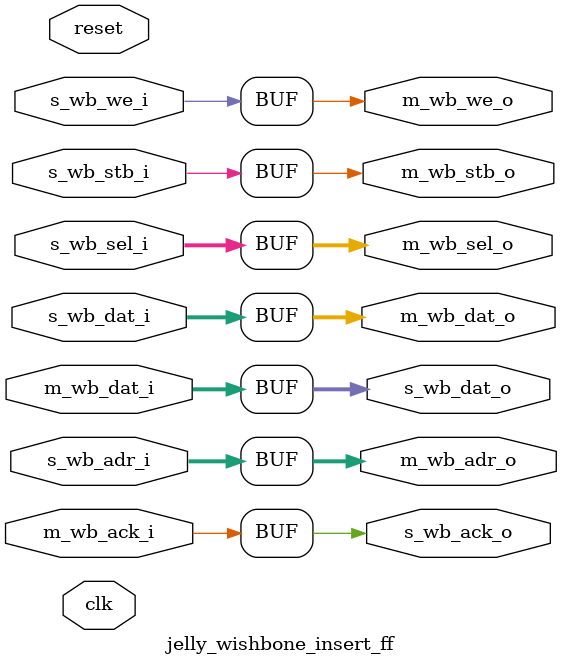
<source format=v>
module jelly_wishbone_insert_ff(	// file.cleaned.mlir:2:3
  input         reset,	// file.cleaned.mlir:2:42
                clk,	// file.cleaned.mlir:2:58
  input  [29:0] s_wb_adr_i,	// file.cleaned.mlir:2:72
  input  [31:0] s_wb_dat_i,	// file.cleaned.mlir:2:94
  input         s_wb_we_i,	// file.cleaned.mlir:2:116
  input  [3:0]  s_wb_sel_i,	// file.cleaned.mlir:2:136
  input         s_wb_stb_i,	// file.cleaned.mlir:2:157
  input  [31:0] m_wb_dat_i,	// file.cleaned.mlir:2:178
  input         m_wb_ack_i,	// file.cleaned.mlir:2:200
  output [31:0] s_wb_dat_o,	// file.cleaned.mlir:2:222
  output        s_wb_ack_o,	// file.cleaned.mlir:2:244
  output [29:0] m_wb_adr_o,	// file.cleaned.mlir:2:265
  output [31:0] m_wb_dat_o,	// file.cleaned.mlir:2:287
  output        m_wb_we_o,	// file.cleaned.mlir:2:309
  output [3:0]  m_wb_sel_o,	// file.cleaned.mlir:2:329
  output        m_wb_stb_o	// file.cleaned.mlir:2:350
);

  assign s_wb_dat_o = m_wb_dat_i;	// file.cleaned.mlir:3:5
  assign s_wb_ack_o = m_wb_ack_i;	// file.cleaned.mlir:3:5
  assign m_wb_adr_o = s_wb_adr_i;	// file.cleaned.mlir:3:5
  assign m_wb_dat_o = s_wb_dat_i;	// file.cleaned.mlir:3:5
  assign m_wb_we_o = s_wb_we_i;	// file.cleaned.mlir:3:5
  assign m_wb_sel_o = s_wb_sel_i;	// file.cleaned.mlir:3:5
  assign m_wb_stb_o = s_wb_stb_i;	// file.cleaned.mlir:3:5
endmodule


</source>
